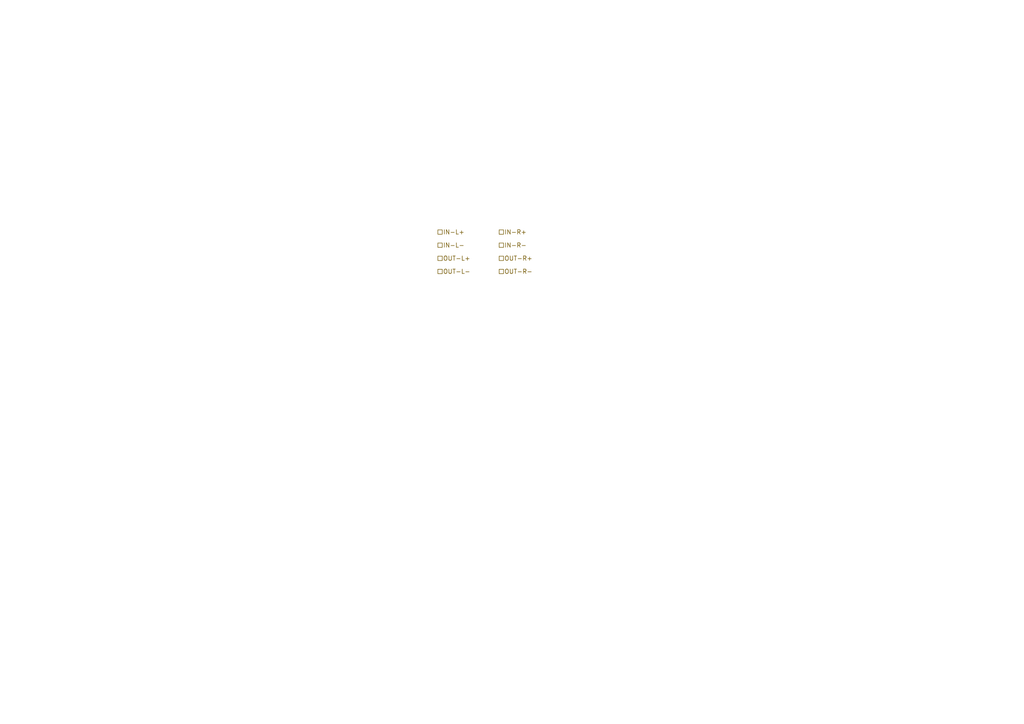
<source format=kicad_sch>
(kicad_sch
	(version 20231120)
	(generator "eeschema")
	(generator_version "8.0")
	(uuid "40246283-24e6-40df-acaf-bff49b64f1f2")
	(paper "A4")
	(lib_symbols)
	(hierarchical_label "OUT-R-"
		(shape passive)
		(at 144.78 78.74 0)
		(fields_autoplaced yes)
		(effects
			(font
				(size 1.27 1.27)
			)
			(justify left)
		)
		(uuid "036c802b-e958-425e-bb52-01138e858ac4")
	)
	(hierarchical_label "IN-L+"
		(shape passive)
		(at 127 67.31 0)
		(fields_autoplaced yes)
		(effects
			(font
				(size 1.27 1.27)
			)
			(justify left)
		)
		(uuid "0ff813a2-e7e4-45ac-b9f1-0de98eb63b94")
	)
	(hierarchical_label "IN-R-"
		(shape passive)
		(at 144.78 71.12 0)
		(fields_autoplaced yes)
		(effects
			(font
				(size 1.27 1.27)
			)
			(justify left)
		)
		(uuid "211f577c-9184-4808-8ac0-9957affb9f49")
	)
	(hierarchical_label "OUT-L+"
		(shape passive)
		(at 127 74.93 0)
		(fields_autoplaced yes)
		(effects
			(font
				(size 1.27 1.27)
			)
			(justify left)
		)
		(uuid "326dbb9f-17b0-4320-aa7e-7791fe97fe1b")
	)
	(hierarchical_label "IN-R+"
		(shape passive)
		(at 144.78 67.31 0)
		(fields_autoplaced yes)
		(effects
			(font
				(size 1.27 1.27)
			)
			(justify left)
		)
		(uuid "48865ed3-ee72-4f28-8f44-c10f3cbcf647")
	)
	(hierarchical_label "OUT-R+"
		(shape passive)
		(at 144.78 74.93 0)
		(fields_autoplaced yes)
		(effects
			(font
				(size 1.27 1.27)
			)
			(justify left)
		)
		(uuid "b5fc7057-e757-46d7-a432-959b1794d6de")
	)
	(hierarchical_label "IN-L-"
		(shape passive)
		(at 127 71.12 0)
		(fields_autoplaced yes)
		(effects
			(font
				(size 1.27 1.27)
			)
			(justify left)
		)
		(uuid "d600c9bc-039c-4e54-a45d-95c0d0af7a0d")
	)
	(hierarchical_label "OUT-L-"
		(shape passive)
		(at 127 78.74 0)
		(fields_autoplaced yes)
		(effects
			(font
				(size 1.27 1.27)
			)
			(justify left)
		)
		(uuid "f578f7b8-bada-4150-8186-3e020661a0fb")
	)
)

</source>
